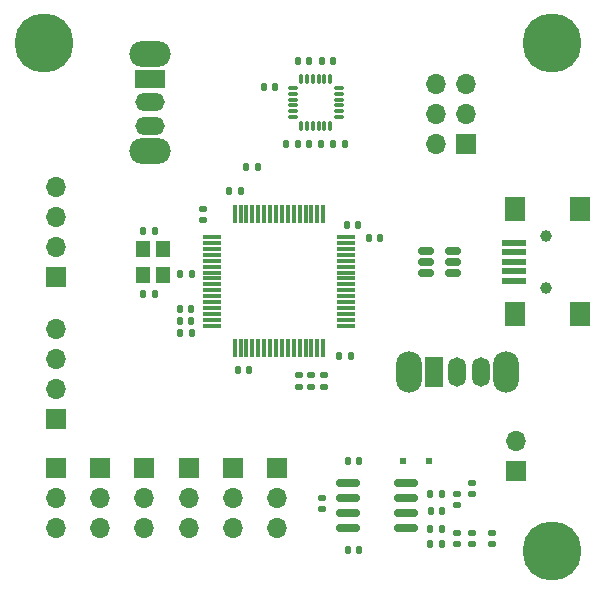
<source format=gts>
%TF.GenerationSoftware,KiCad,Pcbnew,(6.0.5)*%
%TF.CreationDate,2022-06-08T19:33:45-04:00*%
%TF.ProjectId,FlightController,466c6967-6874-4436-9f6e-74726f6c6c65,rev?*%
%TF.SameCoordinates,Original*%
%TF.FileFunction,Soldermask,Top*%
%TF.FilePolarity,Negative*%
%FSLAX46Y46*%
G04 Gerber Fmt 4.6, Leading zero omitted, Abs format (unit mm)*
G04 Created by KiCad (PCBNEW (6.0.5)) date 2022-06-08 19:33:45*
%MOMM*%
%LPD*%
G01*
G04 APERTURE LIST*
G04 Aperture macros list*
%AMRoundRect*
0 Rectangle with rounded corners*
0 $1 Rounding radius*
0 $2 $3 $4 $5 $6 $7 $8 $9 X,Y pos of 4 corners*
0 Add a 4 corners polygon primitive as box body*
4,1,4,$2,$3,$4,$5,$6,$7,$8,$9,$2,$3,0*
0 Add four circle primitives for the rounded corners*
1,1,$1+$1,$2,$3*
1,1,$1+$1,$4,$5*
1,1,$1+$1,$6,$7*
1,1,$1+$1,$8,$9*
0 Add four rect primitives between the rounded corners*
20,1,$1+$1,$2,$3,$4,$5,0*
20,1,$1+$1,$4,$5,$6,$7,0*
20,1,$1+$1,$6,$7,$8,$9,0*
20,1,$1+$1,$8,$9,$2,$3,0*%
G04 Aperture macros list end*
%ADD10C,5.000000*%
%ADD11R,1.700000X1.700000*%
%ADD12O,1.700000X1.700000*%
%ADD13RoundRect,0.140000X0.140000X0.170000X-0.140000X0.170000X-0.140000X-0.170000X0.140000X-0.170000X0*%
%ADD14RoundRect,0.135000X-0.185000X0.135000X-0.185000X-0.135000X0.185000X-0.135000X0.185000X0.135000X0*%
%ADD15RoundRect,0.147500X-0.147500X-0.172500X0.147500X-0.172500X0.147500X0.172500X-0.147500X0.172500X0*%
%ADD16O,2.500000X1.500000*%
%ADD17R,2.500000X1.500000*%
%ADD18O,3.500000X2.200000*%
%ADD19RoundRect,0.140000X-0.140000X-0.170000X0.140000X-0.170000X0.140000X0.170000X-0.140000X0.170000X0*%
%ADD20RoundRect,0.135000X-0.135000X-0.185000X0.135000X-0.185000X0.135000X0.185000X-0.135000X0.185000X0*%
%ADD21R,0.500000X0.500000*%
%ADD22RoundRect,0.140000X-0.170000X0.140000X-0.170000X-0.140000X0.170000X-0.140000X0.170000X0.140000X0*%
%ADD23RoundRect,0.150000X-0.825000X-0.150000X0.825000X-0.150000X0.825000X0.150000X-0.825000X0.150000X0*%
%ADD24RoundRect,0.147500X-0.172500X0.147500X-0.172500X-0.147500X0.172500X-0.147500X0.172500X0.147500X0*%
%ADD25RoundRect,0.140000X0.170000X-0.140000X0.170000X0.140000X-0.170000X0.140000X-0.170000X-0.140000X0*%
%ADD26R,1.700000X2.000000*%
%ADD27R,2.000000X0.500000*%
%ADD28C,1.000000*%
%ADD29RoundRect,0.075000X-0.075000X0.350000X-0.075000X-0.350000X0.075000X-0.350000X0.075000X0.350000X0*%
%ADD30RoundRect,0.075000X0.350000X0.075000X-0.350000X0.075000X-0.350000X-0.075000X0.350000X-0.075000X0*%
%ADD31O,1.500000X2.500000*%
%ADD32R,1.500000X2.500000*%
%ADD33O,2.200000X3.500000*%
%ADD34RoundRect,0.135000X0.135000X0.185000X-0.135000X0.185000X-0.135000X-0.185000X0.135000X-0.185000X0*%
%ADD35RoundRect,0.075000X-0.700000X-0.075000X0.700000X-0.075000X0.700000X0.075000X-0.700000X0.075000X0*%
%ADD36RoundRect,0.075000X-0.075000X-0.700000X0.075000X-0.700000X0.075000X0.700000X-0.075000X0.700000X0*%
%ADD37RoundRect,0.150000X0.512500X0.150000X-0.512500X0.150000X-0.512500X-0.150000X0.512500X-0.150000X0*%
%ADD38R,1.200000X1.400000*%
G04 APERTURE END LIST*
D10*
%TO.C,H3*%
X165480000Y-78360000D03*
%TD*%
%TO.C,H2*%
X122480000Y-78360000D03*
%TD*%
%TO.C,H1*%
X165480000Y-121360000D03*
%TD*%
D11*
%TO.C,J1*%
X162425000Y-114600000D03*
D12*
X162425000Y-112060000D03*
%TD*%
D13*
%TO.C,C17*%
X134000000Y-101860000D03*
X134960000Y-101860000D03*
%TD*%
%TO.C,C24*%
X143000000Y-86860000D03*
X143960000Y-86860000D03*
%TD*%
D14*
%TO.C,R8*%
X144094333Y-107462348D03*
X144094333Y-106442348D03*
%TD*%
D11*
%TO.C,J8*%
X134730000Y-114335000D03*
D12*
X134730000Y-116875000D03*
X134730000Y-119415000D03*
%TD*%
%TO.C,J11*%
X123480000Y-90540000D03*
X123480000Y-93080000D03*
X123480000Y-95620000D03*
D11*
X123480000Y-98160000D03*
%TD*%
D15*
%TO.C,L2*%
X134980000Y-102860000D03*
X134010000Y-102860000D03*
%TD*%
D16*
%TO.C,SW1*%
X131480000Y-85360000D03*
X131480000Y-83360000D03*
D17*
X131480000Y-81360000D03*
D18*
X131480000Y-79260000D03*
X131480000Y-87460000D03*
%TD*%
D19*
%TO.C,C14*%
X139132867Y-90860000D03*
X138172867Y-90860000D03*
%TD*%
D20*
%TO.C,R7*%
X156201936Y-119475527D03*
X155181936Y-119475527D03*
%TD*%
D19*
%TO.C,C5*%
X149171936Y-113725527D03*
X148211936Y-113725527D03*
%TD*%
D21*
%TO.C,D1*%
X155041936Y-113750000D03*
X152841936Y-113750000D03*
%TD*%
D22*
%TO.C,C10*%
X146194598Y-107412267D03*
X146194598Y-106452267D03*
%TD*%
D12*
%TO.C,J4*%
X123480000Y-102540000D03*
X123480000Y-105080000D03*
X123480000Y-107620000D03*
D11*
X123480000Y-110160000D03*
%TD*%
D14*
%TO.C,R9*%
X145094333Y-107462348D03*
X145094333Y-106442348D03*
%TD*%
D22*
%TO.C,C3*%
X157441936Y-117455527D03*
X157441936Y-116495527D03*
%TD*%
D19*
%TO.C,C21*%
X146960000Y-79860000D03*
X146000000Y-79860000D03*
%TD*%
D13*
%TO.C,C16*%
X134000000Y-100860000D03*
X134960000Y-100860000D03*
%TD*%
D19*
%TO.C,C4*%
X149171936Y-121225527D03*
X148211936Y-121225527D03*
%TD*%
%TO.C,C22*%
X142042228Y-82091091D03*
X141082228Y-82091091D03*
%TD*%
D23*
%TO.C,U3*%
X153166936Y-115570527D03*
X153166936Y-116840527D03*
X153166936Y-118110527D03*
X153166936Y-119380527D03*
X148216936Y-119380527D03*
X148216936Y-118110527D03*
X148216936Y-116840527D03*
X148216936Y-115570527D03*
%TD*%
D24*
%TO.C,L1*%
X158721414Y-116526017D03*
X158721414Y-115556017D03*
%TD*%
D11*
%TO.C,J7*%
X130980000Y-114335000D03*
D12*
X130980000Y-116875000D03*
X130980000Y-119415000D03*
%TD*%
D13*
%TO.C,C9*%
X138925207Y-106043876D03*
X139885207Y-106043876D03*
%TD*%
D25*
%TO.C,C15*%
X157491157Y-119770554D03*
X157491157Y-120730554D03*
%TD*%
D26*
%TO.C,J2*%
X162380000Y-101310000D03*
X162380000Y-92410000D03*
X167830000Y-101310000D03*
X167830000Y-92410000D03*
D27*
X162280000Y-95260000D03*
X162280000Y-96060000D03*
X162280000Y-96860000D03*
X162280000Y-97660000D03*
X162280000Y-98460000D03*
D28*
X164980000Y-94660000D03*
X164980000Y-99060000D03*
%TD*%
D25*
%TO.C,C8*%
X135980000Y-92380000D03*
X135980000Y-93340000D03*
%TD*%
D29*
%TO.C,U2*%
X146730000Y-85310000D03*
X146230000Y-85310000D03*
X145730000Y-85310000D03*
X145230000Y-85310000D03*
X144730000Y-85310000D03*
X144230000Y-85310000D03*
D30*
X143530000Y-84610000D03*
X143530000Y-84110000D03*
X143530000Y-83610000D03*
X143530000Y-83110000D03*
X143530000Y-82610000D03*
X143530000Y-82110000D03*
D29*
X144230000Y-81410000D03*
X144730000Y-81410000D03*
X145230000Y-81410000D03*
X145730000Y-81410000D03*
X146230000Y-81410000D03*
X146730000Y-81410000D03*
D30*
X147430000Y-82110000D03*
X147430000Y-82610000D03*
X147430000Y-83110000D03*
X147430000Y-83610000D03*
X147430000Y-84110000D03*
X147430000Y-84610000D03*
%TD*%
D20*
%TO.C,R6*%
X147990000Y-86860000D03*
X146970000Y-86860000D03*
%TD*%
D31*
%TO.C,SW2*%
X159480000Y-106157500D03*
X157480000Y-106157500D03*
D32*
X155480000Y-106157500D03*
D33*
X153380000Y-106157500D03*
X161580000Y-106157500D03*
%TD*%
D25*
%TO.C,C18*%
X158743383Y-119770554D03*
X158743383Y-120730554D03*
%TD*%
D19*
%TO.C,C2*%
X156171936Y-117975527D03*
X155211936Y-117975527D03*
%TD*%
D24*
%TO.C,F1*%
X160441936Y-120746538D03*
X160441936Y-119776538D03*
%TD*%
D19*
%TO.C,C11*%
X148460000Y-104860000D03*
X147500000Y-104860000D03*
%TD*%
%TO.C,C6*%
X131843061Y-94213999D03*
X130883061Y-94213999D03*
%TD*%
D34*
%TO.C,R5*%
X144960000Y-86860000D03*
X145980000Y-86860000D03*
%TD*%
D22*
%TO.C,C1*%
X146016872Y-117773771D03*
X146016872Y-116813771D03*
%TD*%
D19*
%TO.C,C12*%
X150960000Y-94860000D03*
X150000000Y-94860000D03*
%TD*%
D11*
%TO.C,J5*%
X123480000Y-114335000D03*
D12*
X123480000Y-116875000D03*
X123480000Y-119415000D03*
%TD*%
%TO.C,J10*%
X142230000Y-119415000D03*
X142230000Y-116875000D03*
D11*
X142230000Y-114335000D03*
%TD*%
D12*
%TO.C,J9*%
X138480000Y-119415000D03*
X138480000Y-116875000D03*
D11*
X138480000Y-114335000D03*
%TD*%
D35*
%TO.C,U1*%
X136705000Y-94760000D03*
X136705000Y-95260000D03*
X136705000Y-95760000D03*
X136705000Y-96260000D03*
X136705000Y-96760000D03*
X136705000Y-97260000D03*
X136705000Y-97760000D03*
X136705000Y-98260000D03*
X136705000Y-98760000D03*
X136705000Y-99260000D03*
X136705000Y-99760000D03*
X136705000Y-100260000D03*
X136705000Y-100760000D03*
X136705000Y-101260000D03*
X136705000Y-101760000D03*
X136705000Y-102260000D03*
D36*
X138630000Y-104185000D03*
X139130000Y-104185000D03*
X139630000Y-104185000D03*
X140130000Y-104185000D03*
X140630000Y-104185000D03*
X141130000Y-104185000D03*
X141630000Y-104185000D03*
X142130000Y-104185000D03*
X142630000Y-104185000D03*
X143130000Y-104185000D03*
X143630000Y-104185000D03*
X144130000Y-104185000D03*
X144630000Y-104185000D03*
X145130000Y-104185000D03*
X145630000Y-104185000D03*
X146130000Y-104185000D03*
D35*
X148055000Y-102260000D03*
X148055000Y-101760000D03*
X148055000Y-101260000D03*
X148055000Y-100760000D03*
X148055000Y-100260000D03*
X148055000Y-99760000D03*
X148055000Y-99260000D03*
X148055000Y-98760000D03*
X148055000Y-98260000D03*
X148055000Y-97760000D03*
X148055000Y-97260000D03*
X148055000Y-96760000D03*
X148055000Y-96260000D03*
X148055000Y-95760000D03*
X148055000Y-95260000D03*
X148055000Y-94760000D03*
D36*
X146130000Y-92835000D03*
X145630000Y-92835000D03*
X145130000Y-92835000D03*
X144630000Y-92835000D03*
X144130000Y-92835000D03*
X143630000Y-92835000D03*
X143130000Y-92835000D03*
X142630000Y-92835000D03*
X142130000Y-92835000D03*
X141630000Y-92835000D03*
X141130000Y-92835000D03*
X140630000Y-92835000D03*
X140130000Y-92835000D03*
X139630000Y-92835000D03*
X139130000Y-92835000D03*
X138630000Y-92835000D03*
%TD*%
D19*
%TO.C,C13*%
X149080000Y-93700000D03*
X148120000Y-93700000D03*
%TD*%
D13*
%TO.C,C7*%
X130883061Y-99574404D03*
X131843061Y-99574404D03*
%TD*%
D34*
%TO.C,R2*%
X155181936Y-120725527D03*
X156201936Y-120725527D03*
%TD*%
D11*
%TO.C,J6*%
X127230000Y-114335000D03*
D12*
X127230000Y-116875000D03*
X127230000Y-119415000D03*
%TD*%
D19*
%TO.C,C23*%
X144960000Y-79860000D03*
X144000000Y-79860000D03*
%TD*%
D34*
%TO.C,R3*%
X139619726Y-88857033D03*
X140639726Y-88857033D03*
%TD*%
D20*
%TO.C,R1*%
X156201936Y-116475527D03*
X155181936Y-116475527D03*
%TD*%
D37*
%TO.C,U4*%
X154842500Y-97810000D03*
X154842500Y-96860000D03*
X154842500Y-95910000D03*
X157117500Y-95910000D03*
X157117500Y-96860000D03*
X157117500Y-97810000D03*
%TD*%
D38*
%TO.C,Y1*%
X132580000Y-95760000D03*
X132580000Y-97960000D03*
X130880000Y-97960000D03*
X130880000Y-95760000D03*
%TD*%
D34*
%TO.C,R4*%
X133970000Y-97860000D03*
X134990000Y-97860000D03*
%TD*%
D12*
%TO.C,J3*%
X155715000Y-81805000D03*
X158255000Y-81805000D03*
X155715000Y-84345000D03*
X158255000Y-84345000D03*
X155715000Y-86885000D03*
D11*
X158255000Y-86885000D03*
%TD*%
M02*

</source>
